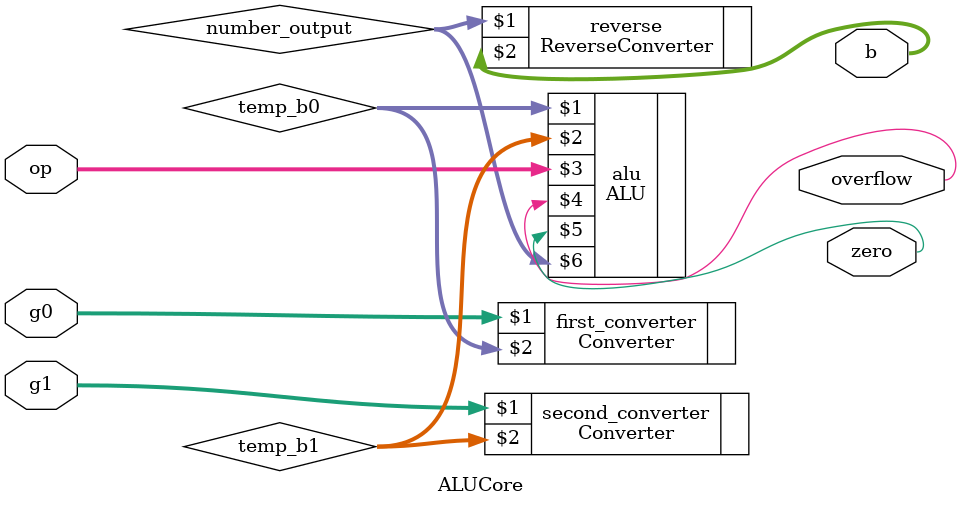
<source format=sv>
`timescale 1ns/1ns

module ALUCore (input [3:0]g0,g1,input [1:0]op,output overflow,zero,output [3:0]b);

wire [3:0]temp_b0;
wire [3:0]temp_b1;
wire [3:0]number_output;

Converter first_converter(g0,temp_b0);
Converter second_converter(g1,temp_b1);

ALU alu(temp_b0,temp_b1,op,overflow,zero,number_output);

ReverseConverter reverse(number_output,b);

endmodule
</source>
